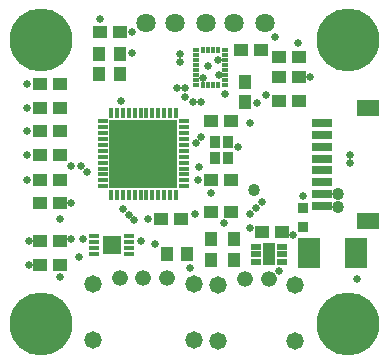
<source format=gbr>
G04 EAGLE Gerber RS-274X export*
G75*
%MOMM*%
%FSLAX34Y34*%
%LPD*%
%INSoldermask Top*%
%IPPOS*%
%AMOC8*
5,1,8,0,0,1.08239X$1,22.5*%
G01*
%ADD10R,1.227000X1.127000*%
%ADD11R,1.127000X1.227000*%
%ADD12R,0.477000X0.357000*%
%ADD13R,0.357000X0.477000*%
%ADD14R,0.939800X0.431800*%
%ADD15R,0.431800X0.939800*%
%ADD16R,5.816600X5.816600*%
%ADD17R,0.877000X0.977000*%
%ADD18R,1.127000X1.927000*%
%ADD19R,0.927000X0.527000*%
%ADD20R,1.487000X1.587000*%
%ADD21R,0.877000X0.427000*%
%ADD22C,1.327000*%
%ADD23C,1.477000*%
%ADD24R,1.677000X0.727000*%
%ADD25R,1.927000X1.327000*%
%ADD26R,1.927000X2.527000*%
%ADD27C,5.327000*%
%ADD28R,0.927000X0.927000*%
%ADD29C,0.680200*%
%ADD30C,1.027000*%
%ADD31C,1.627000*%


D10*
X248500Y256000D03*
X231500Y256000D03*
X46500Y152000D03*
X29500Y152000D03*
X148500Y119000D03*
X131500Y119000D03*
X46500Y132000D03*
X29500Y132000D03*
X46500Y233000D03*
X29500Y233000D03*
D11*
X97000Y241500D03*
X97000Y258500D03*
D10*
X80500Y277000D03*
X97500Y277000D03*
X231500Y219000D03*
X248500Y219000D03*
X231500Y239000D03*
X248500Y239000D03*
D11*
X203000Y217500D03*
X203000Y234500D03*
D10*
X216500Y262000D03*
X199500Y262000D03*
X46500Y193000D03*
X29500Y193000D03*
X46500Y213000D03*
X29500Y213000D03*
X46500Y173000D03*
X29500Y173000D03*
D11*
X79300Y258900D03*
X79300Y241900D03*
D12*
X186250Y262050D03*
D13*
X180450Y261750D03*
X176150Y261750D03*
X171850Y261750D03*
X167550Y261750D03*
D12*
X161750Y262050D03*
X161750Y257750D03*
X161750Y253450D03*
X161750Y249150D03*
X161750Y244850D03*
X161750Y240550D03*
X161750Y236250D03*
X161750Y231950D03*
D13*
X167550Y232250D03*
X171850Y232250D03*
X176150Y232250D03*
X180450Y232250D03*
D12*
X186250Y231950D03*
X186250Y236250D03*
X186250Y240550D03*
X186250Y244850D03*
X186250Y249150D03*
X186250Y253450D03*
X186250Y257750D03*
D14*
X151544Y146500D03*
X151544Y151500D03*
X151544Y156500D03*
X151544Y161500D03*
X151544Y166500D03*
X151544Y171500D03*
X151544Y176500D03*
X151544Y181500D03*
X151544Y186500D03*
X151544Y191500D03*
X151544Y196500D03*
X151544Y201500D03*
D15*
X144500Y208544D03*
X139500Y208544D03*
X134500Y208544D03*
X129500Y208544D03*
X124500Y208544D03*
X119500Y208544D03*
X114500Y208544D03*
X109500Y208544D03*
X104500Y208544D03*
X99500Y208544D03*
X94500Y208544D03*
X89500Y208544D03*
D14*
X82456Y201500D03*
X82456Y196500D03*
X82456Y191500D03*
X82456Y186500D03*
X82456Y181500D03*
X82456Y176500D03*
X82456Y171500D03*
X82456Y166500D03*
X82456Y161500D03*
X82456Y156500D03*
X82456Y151500D03*
X82456Y146500D03*
D15*
X89500Y139456D03*
X94500Y139456D03*
X99500Y139456D03*
X104500Y139456D03*
X109500Y139456D03*
X114500Y139456D03*
X119500Y139456D03*
X124500Y139456D03*
X129500Y139456D03*
X134500Y139456D03*
X139500Y139456D03*
X144500Y139456D03*
D16*
X117000Y174000D03*
D17*
X177750Y183750D03*
X177750Y170250D03*
X188250Y170250D03*
X188250Y183750D03*
D10*
X191500Y152000D03*
X174500Y152000D03*
X174500Y202000D03*
X191500Y202000D03*
X174500Y125000D03*
X191500Y125000D03*
D18*
X223000Y89000D03*
D19*
X234000Y95500D03*
X234000Y89000D03*
X234000Y82500D03*
X212000Y82500D03*
X212000Y89000D03*
X212000Y95500D03*
D10*
X234500Y108000D03*
X217500Y108000D03*
D11*
X174000Y84500D03*
X174000Y101500D03*
X194000Y101500D03*
X194000Y84500D03*
D20*
X90000Y97000D03*
D21*
X75000Y89500D03*
X75000Y94500D03*
X75000Y99500D03*
X75000Y104500D03*
X105000Y104500D03*
X105000Y99500D03*
X105000Y94500D03*
X105000Y89500D03*
D10*
X46500Y80000D03*
X29500Y80000D03*
X46500Y100000D03*
X29500Y100000D03*
D22*
X117000Y69000D03*
X137000Y69000D03*
X97000Y69000D03*
D23*
X159500Y64000D03*
X74500Y64000D03*
X74500Y16500D03*
X159500Y16500D03*
D24*
X268250Y130000D03*
X268250Y140000D03*
X268250Y150000D03*
X268250Y160000D03*
X268250Y170000D03*
X268250Y180000D03*
X268250Y190000D03*
X268250Y200000D03*
D25*
X307000Y117000D03*
X307000Y213000D03*
D22*
X203000Y68000D03*
X223000Y68000D03*
D23*
X245500Y63000D03*
X180500Y63000D03*
X180500Y15500D03*
X245500Y15500D03*
D26*
X256750Y90000D03*
X297250Y90000D03*
D27*
X30000Y30000D03*
X290000Y30000D03*
X290000Y270000D03*
X30000Y270000D03*
D11*
X136500Y89000D03*
X153500Y89000D03*
D28*
X252000Y112000D03*
X252000Y128000D03*
D29*
X181000Y241000D03*
X248000Y268000D03*
X258000Y239000D03*
X18000Y152000D03*
X18000Y173000D03*
X18000Y193000D03*
X18000Y213000D03*
X20000Y80000D03*
X90000Y97000D03*
X20000Y100000D03*
X185000Y115000D03*
X207000Y111000D03*
D30*
X282000Y140000D03*
D29*
X298000Y68000D03*
X232000Y75000D03*
X141000Y150000D03*
X141000Y174000D03*
X141000Y198000D03*
X117000Y198000D03*
X117000Y174000D03*
X117000Y150000D03*
X93000Y150000D03*
X93000Y174000D03*
X93000Y198000D03*
X186000Y225000D03*
X164000Y163000D03*
X163000Y152000D03*
X121000Y119000D03*
X107000Y277000D03*
X107000Y259000D03*
X18000Y233000D03*
X197000Y180000D03*
X213000Y217000D03*
X127000Y98000D03*
X80000Y288000D03*
X221000Y224000D03*
X56000Y164000D03*
X56000Y132000D03*
X161000Y123000D03*
X174000Y141000D03*
D30*
X282000Y129000D03*
D29*
X228000Y273000D03*
D30*
X211000Y143000D03*
D29*
X46000Y70000D03*
X46000Y119000D03*
X252000Y138000D03*
X56000Y102000D03*
X292000Y173401D03*
X166000Y188000D03*
X145000Y230000D03*
X172000Y248000D03*
D31*
X194000Y285000D03*
D29*
X152000Y230000D03*
X167536Y238036D03*
D31*
X170000Y285000D03*
D29*
X165458Y218000D03*
X148000Y258802D03*
D31*
X144000Y285000D03*
D29*
X158656Y218000D03*
X148000Y252000D03*
D31*
X119000Y285000D03*
D29*
X152000Y222000D03*
X180000Y253000D03*
D31*
X220000Y285000D03*
D29*
X66000Y102000D03*
X69000Y159000D03*
X62000Y87000D03*
X64190Y163810D03*
X115000Y100000D03*
X217000Y133000D03*
X99714Y127285D03*
X207381Y123381D03*
X109334Y117666D03*
X212190Y128190D03*
X104524Y122476D03*
X207000Y200000D03*
X98000Y219000D03*
X292000Y166599D03*
X161190Y183190D03*
X244000Y105000D03*
X156000Y77000D03*
M02*

</source>
